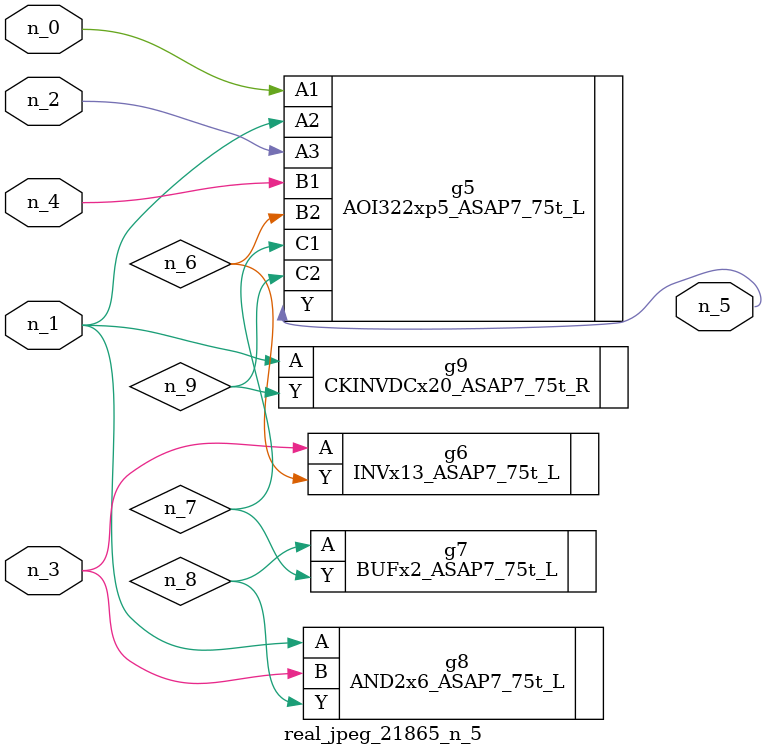
<source format=v>
module real_jpeg_21865_n_5 (n_4, n_0, n_1, n_2, n_3, n_5);

input n_4;
input n_0;
input n_1;
input n_2;
input n_3;

output n_5;

wire n_8;
wire n_6;
wire n_7;
wire n_9;

AOI322xp5_ASAP7_75t_L g5 ( 
.A1(n_0),
.A2(n_1),
.A3(n_2),
.B1(n_4),
.B2(n_6),
.C1(n_7),
.C2(n_9),
.Y(n_5)
);

AND2x6_ASAP7_75t_L g8 ( 
.A(n_1),
.B(n_3),
.Y(n_8)
);

CKINVDCx20_ASAP7_75t_R g9 ( 
.A(n_1),
.Y(n_9)
);

INVx13_ASAP7_75t_L g6 ( 
.A(n_3),
.Y(n_6)
);

BUFx2_ASAP7_75t_L g7 ( 
.A(n_8),
.Y(n_7)
);


endmodule
</source>
